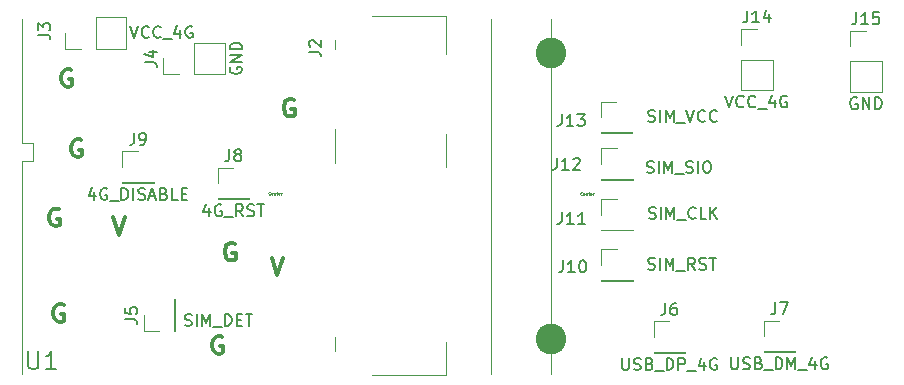
<source format=gbr>
%TF.GenerationSoftware,KiCad,Pcbnew,(6.0.2)*%
%TF.CreationDate,2022-07-28T16:32:46-07:00*%
%TF.ProjectId,mpcie1extv01,6d706369-6531-4657-9874-7630312e6b69,v01*%
%TF.SameCoordinates,Original*%
%TF.FileFunction,Legend,Top*%
%TF.FilePolarity,Positive*%
%FSLAX46Y46*%
G04 Gerber Fmt 4.6, Leading zero omitted, Abs format (unit mm)*
G04 Created by KiCad (PCBNEW (6.0.2)) date 2022-07-28 16:32:46*
%MOMM*%
%LPD*%
G01*
G04 APERTURE LIST*
%ADD10C,0.300000*%
%ADD11C,0.150000*%
%ADD12C,0.025000*%
%ADD13C,0.010000*%
%ADD14C,0.120000*%
%ADD15C,2.600000*%
G04 APERTURE END LIST*
D10*
X86242857Y-164000000D02*
X86100000Y-163928571D01*
X85885714Y-163928571D01*
X85671428Y-164000000D01*
X85528571Y-164142857D01*
X85457142Y-164285714D01*
X85385714Y-164571428D01*
X85385714Y-164785714D01*
X85457142Y-165071428D01*
X85528571Y-165214285D01*
X85671428Y-165357142D01*
X85885714Y-165428571D01*
X86028571Y-165428571D01*
X86242857Y-165357142D01*
X86314285Y-165285714D01*
X86314285Y-164785714D01*
X86028571Y-164785714D01*
X91242857Y-151800000D02*
X91100000Y-151728571D01*
X90885714Y-151728571D01*
X90671428Y-151800000D01*
X90528571Y-151942857D01*
X90457142Y-152085714D01*
X90385714Y-152371428D01*
X90385714Y-152585714D01*
X90457142Y-152871428D01*
X90528571Y-153014285D01*
X90671428Y-153157142D01*
X90885714Y-153228571D01*
X91028571Y-153228571D01*
X91242857Y-153157142D01*
X91314285Y-153085714D01*
X91314285Y-152585714D01*
X91028571Y-152585714D01*
X71742857Y-169200000D02*
X71600000Y-169128571D01*
X71385714Y-169128571D01*
X71171428Y-169200000D01*
X71028571Y-169342857D01*
X70957142Y-169485714D01*
X70885714Y-169771428D01*
X70885714Y-169985714D01*
X70957142Y-170271428D01*
X71028571Y-170414285D01*
X71171428Y-170557142D01*
X71385714Y-170628571D01*
X71528571Y-170628571D01*
X71742857Y-170557142D01*
X71814285Y-170485714D01*
X71814285Y-169985714D01*
X71528571Y-169985714D01*
X71392857Y-161100000D02*
X71250000Y-161028571D01*
X71035714Y-161028571D01*
X70821428Y-161100000D01*
X70678571Y-161242857D01*
X70607142Y-161385714D01*
X70535714Y-161671428D01*
X70535714Y-161885714D01*
X70607142Y-162171428D01*
X70678571Y-162314285D01*
X70821428Y-162457142D01*
X71035714Y-162528571D01*
X71178571Y-162528571D01*
X71392857Y-162457142D01*
X71464285Y-162385714D01*
X71464285Y-161885714D01*
X71178571Y-161885714D01*
X72392857Y-149300000D02*
X72250000Y-149228571D01*
X72035714Y-149228571D01*
X71821428Y-149300000D01*
X71678571Y-149442857D01*
X71607142Y-149585714D01*
X71535714Y-149871428D01*
X71535714Y-150085714D01*
X71607142Y-150371428D01*
X71678571Y-150514285D01*
X71821428Y-150657142D01*
X72035714Y-150728571D01*
X72178571Y-150728571D01*
X72392857Y-150657142D01*
X72464285Y-150585714D01*
X72464285Y-150085714D01*
X72178571Y-150085714D01*
X73242857Y-155250000D02*
X73100000Y-155178571D01*
X72885714Y-155178571D01*
X72671428Y-155250000D01*
X72528571Y-155392857D01*
X72457142Y-155535714D01*
X72385714Y-155821428D01*
X72385714Y-156035714D01*
X72457142Y-156321428D01*
X72528571Y-156464285D01*
X72671428Y-156607142D01*
X72885714Y-156678571D01*
X73028571Y-156678571D01*
X73242857Y-156607142D01*
X73314285Y-156535714D01*
X73314285Y-156035714D01*
X73028571Y-156035714D01*
X75900000Y-161778571D02*
X76400000Y-163278571D01*
X76900000Y-161778571D01*
X89350000Y-165178571D02*
X89850000Y-166678571D01*
X90350000Y-165178571D01*
X85192857Y-171900000D02*
X85050000Y-171828571D01*
X84835714Y-171828571D01*
X84621428Y-171900000D01*
X84478571Y-172042857D01*
X84407142Y-172185714D01*
X84335714Y-172471428D01*
X84335714Y-172685714D01*
X84407142Y-172971428D01*
X84478571Y-173114285D01*
X84621428Y-173257142D01*
X84835714Y-173328571D01*
X84978571Y-173328571D01*
X85192857Y-173257142D01*
X85264285Y-173185714D01*
X85264285Y-172685714D01*
X84978571Y-172685714D01*
D11*
%TO.C,U1*%
X68738857Y-173115428D02*
X68738857Y-174349142D01*
X68811428Y-174494285D01*
X68884000Y-174566857D01*
X69029142Y-174639428D01*
X69319428Y-174639428D01*
X69464571Y-174566857D01*
X69537142Y-174494285D01*
X69609714Y-174349142D01*
X69609714Y-173115428D01*
X71133714Y-174639428D02*
X70262857Y-174639428D01*
X70698285Y-174639428D02*
X70698285Y-173115428D01*
X70553142Y-173333142D01*
X70408000Y-173478285D01*
X70262857Y-173550857D01*
D12*
X89240940Y-159823285D02*
X89229035Y-159835190D01*
X89193321Y-159847095D01*
X89169511Y-159847095D01*
X89133797Y-159835190D01*
X89109988Y-159811380D01*
X89098083Y-159787571D01*
X89086178Y-159739952D01*
X89086178Y-159704238D01*
X89098083Y-159656619D01*
X89109988Y-159632809D01*
X89133797Y-159609000D01*
X89169511Y-159597095D01*
X89193321Y-159597095D01*
X89229035Y-159609000D01*
X89240940Y-159620904D01*
X89443321Y-159835190D02*
X89419511Y-159847095D01*
X89371892Y-159847095D01*
X89348083Y-159835190D01*
X89336178Y-159811380D01*
X89336178Y-159716142D01*
X89348083Y-159692333D01*
X89371892Y-159680428D01*
X89419511Y-159680428D01*
X89443321Y-159692333D01*
X89455226Y-159716142D01*
X89455226Y-159739952D01*
X89336178Y-159763761D01*
X89562369Y-159680428D02*
X89562369Y-159847095D01*
X89562369Y-159704238D02*
X89574273Y-159692333D01*
X89598083Y-159680428D01*
X89633797Y-159680428D01*
X89657607Y-159692333D01*
X89669511Y-159716142D01*
X89669511Y-159847095D01*
X89752845Y-159680428D02*
X89848083Y-159680428D01*
X89788559Y-159597095D02*
X89788559Y-159811380D01*
X89800464Y-159835190D01*
X89824273Y-159847095D01*
X89848083Y-159847095D01*
X90026654Y-159835190D02*
X90002845Y-159847095D01*
X89955226Y-159847095D01*
X89931416Y-159835190D01*
X89919511Y-159811380D01*
X89919511Y-159716142D01*
X89931416Y-159692333D01*
X89955226Y-159680428D01*
X90002845Y-159680428D01*
X90026654Y-159692333D01*
X90038559Y-159716142D01*
X90038559Y-159739952D01*
X89919511Y-159763761D01*
X90145702Y-159847095D02*
X90145702Y-159680428D01*
X90145702Y-159728047D02*
X90157607Y-159704238D01*
X90169511Y-159692333D01*
X90193321Y-159680428D01*
X90217130Y-159680428D01*
X115640940Y-159873285D02*
X115629035Y-159885190D01*
X115593321Y-159897095D01*
X115569511Y-159897095D01*
X115533797Y-159885190D01*
X115509988Y-159861380D01*
X115498083Y-159837571D01*
X115486178Y-159789952D01*
X115486178Y-159754238D01*
X115498083Y-159706619D01*
X115509988Y-159682809D01*
X115533797Y-159659000D01*
X115569511Y-159647095D01*
X115593321Y-159647095D01*
X115629035Y-159659000D01*
X115640940Y-159670904D01*
X115843321Y-159885190D02*
X115819511Y-159897095D01*
X115771892Y-159897095D01*
X115748083Y-159885190D01*
X115736178Y-159861380D01*
X115736178Y-159766142D01*
X115748083Y-159742333D01*
X115771892Y-159730428D01*
X115819511Y-159730428D01*
X115843321Y-159742333D01*
X115855226Y-159766142D01*
X115855226Y-159789952D01*
X115736178Y-159813761D01*
X115962369Y-159730428D02*
X115962369Y-159897095D01*
X115962369Y-159754238D02*
X115974273Y-159742333D01*
X115998083Y-159730428D01*
X116033797Y-159730428D01*
X116057607Y-159742333D01*
X116069511Y-159766142D01*
X116069511Y-159897095D01*
X116152845Y-159730428D02*
X116248083Y-159730428D01*
X116188559Y-159647095D02*
X116188559Y-159861380D01*
X116200464Y-159885190D01*
X116224273Y-159897095D01*
X116248083Y-159897095D01*
X116426654Y-159885190D02*
X116402845Y-159897095D01*
X116355226Y-159897095D01*
X116331416Y-159885190D01*
X116319511Y-159861380D01*
X116319511Y-159766142D01*
X116331416Y-159742333D01*
X116355226Y-159730428D01*
X116402845Y-159730428D01*
X116426654Y-159742333D01*
X116438559Y-159766142D01*
X116438559Y-159789952D01*
X116319511Y-159813761D01*
X116545702Y-159897095D02*
X116545702Y-159730428D01*
X116545702Y-159778047D02*
X116557607Y-159754238D01*
X116569511Y-159742333D01*
X116593321Y-159730428D01*
X116617130Y-159730428D01*
D11*
%TO.C,J4*%
X78624630Y-148642333D02*
X79338916Y-148642333D01*
X79481773Y-148689952D01*
X79577011Y-148785190D01*
X79624630Y-148928047D01*
X79624630Y-149023285D01*
X78957964Y-147737571D02*
X79624630Y-147737571D01*
X78577011Y-147975666D02*
X79291297Y-148213761D01*
X79291297Y-147594714D01*
X85872250Y-149070904D02*
X85824630Y-149166142D01*
X85824630Y-149309000D01*
X85872250Y-149451857D01*
X85967488Y-149547095D01*
X86062726Y-149594714D01*
X86253202Y-149642333D01*
X86396059Y-149642333D01*
X86586535Y-149594714D01*
X86681773Y-149547095D01*
X86777011Y-149451857D01*
X86824630Y-149309000D01*
X86824630Y-149213761D01*
X86777011Y-149070904D01*
X86729392Y-149023285D01*
X86396059Y-149023285D01*
X86396059Y-149213761D01*
X86824630Y-148594714D02*
X85824630Y-148594714D01*
X86824630Y-148023285D01*
X85824630Y-148023285D01*
X86824630Y-147547095D02*
X85824630Y-147547095D01*
X85824630Y-147309000D01*
X85872250Y-147166142D01*
X85967488Y-147070904D01*
X86062726Y-147023285D01*
X86253202Y-146975666D01*
X86396059Y-146975666D01*
X86586535Y-147023285D01*
X86681773Y-147070904D01*
X86777011Y-147166142D01*
X86824630Y-147309000D01*
X86824630Y-147547095D01*
%TO.C,J15*%
X138867726Y-144416380D02*
X138867726Y-145130666D01*
X138820107Y-145273523D01*
X138724869Y-145368761D01*
X138582011Y-145416380D01*
X138486773Y-145416380D01*
X139867726Y-145416380D02*
X139296297Y-145416380D01*
X139582011Y-145416380D02*
X139582011Y-144416380D01*
X139486773Y-144559238D01*
X139391535Y-144654476D01*
X139296297Y-144702095D01*
X140772488Y-144416380D02*
X140296297Y-144416380D01*
X140248678Y-144892571D01*
X140296297Y-144844952D01*
X140391535Y-144797333D01*
X140629630Y-144797333D01*
X140724869Y-144844952D01*
X140772488Y-144892571D01*
X140820107Y-144987809D01*
X140820107Y-145225904D01*
X140772488Y-145321142D01*
X140724869Y-145368761D01*
X140629630Y-145416380D01*
X140391535Y-145416380D01*
X140296297Y-145368761D01*
X140248678Y-145321142D01*
X138915345Y-151664000D02*
X138820107Y-151616380D01*
X138677250Y-151616380D01*
X138534392Y-151664000D01*
X138439154Y-151759238D01*
X138391535Y-151854476D01*
X138343916Y-152044952D01*
X138343916Y-152187809D01*
X138391535Y-152378285D01*
X138439154Y-152473523D01*
X138534392Y-152568761D01*
X138677250Y-152616380D01*
X138772488Y-152616380D01*
X138915345Y-152568761D01*
X138962964Y-152521142D01*
X138962964Y-152187809D01*
X138772488Y-152187809D01*
X139391535Y-152616380D02*
X139391535Y-151616380D01*
X139962964Y-152616380D01*
X139962964Y-151616380D01*
X140439154Y-152616380D02*
X140439154Y-151616380D01*
X140677250Y-151616380D01*
X140820107Y-151664000D01*
X140915345Y-151759238D01*
X140962964Y-151854476D01*
X141010583Y-152044952D01*
X141010583Y-152187809D01*
X140962964Y-152378285D01*
X140915345Y-152473523D01*
X140820107Y-152568761D01*
X140677250Y-152616380D01*
X140439154Y-152616380D01*
%TO.C,J14*%
X129627726Y-144266380D02*
X129627726Y-144980666D01*
X129580107Y-145123523D01*
X129484869Y-145218761D01*
X129342011Y-145266380D01*
X129246773Y-145266380D01*
X130627726Y-145266380D02*
X130056297Y-145266380D01*
X130342011Y-145266380D02*
X130342011Y-144266380D01*
X130246773Y-144409238D01*
X130151535Y-144504476D01*
X130056297Y-144552095D01*
X131484869Y-144599714D02*
X131484869Y-145266380D01*
X131246773Y-144218761D02*
X131008678Y-144933047D01*
X131627726Y-144933047D01*
X127746773Y-151466380D02*
X128080107Y-152466380D01*
X128413440Y-151466380D01*
X129318202Y-152371142D02*
X129270583Y-152418761D01*
X129127726Y-152466380D01*
X129032488Y-152466380D01*
X128889630Y-152418761D01*
X128794392Y-152323523D01*
X128746773Y-152228285D01*
X128699154Y-152037809D01*
X128699154Y-151894952D01*
X128746773Y-151704476D01*
X128794392Y-151609238D01*
X128889630Y-151514000D01*
X129032488Y-151466380D01*
X129127726Y-151466380D01*
X129270583Y-151514000D01*
X129318202Y-151561619D01*
X130318202Y-152371142D02*
X130270583Y-152418761D01*
X130127726Y-152466380D01*
X130032488Y-152466380D01*
X129889630Y-152418761D01*
X129794392Y-152323523D01*
X129746773Y-152228285D01*
X129699154Y-152037809D01*
X129699154Y-151894952D01*
X129746773Y-151704476D01*
X129794392Y-151609238D01*
X129889630Y-151514000D01*
X130032488Y-151466380D01*
X130127726Y-151466380D01*
X130270583Y-151514000D01*
X130318202Y-151561619D01*
X130508678Y-152561619D02*
X131270583Y-152561619D01*
X131937250Y-151799714D02*
X131937250Y-152466380D01*
X131699154Y-151418761D02*
X131461059Y-152133047D01*
X132080107Y-152133047D01*
X132984869Y-151514000D02*
X132889630Y-151466380D01*
X132746773Y-151466380D01*
X132603916Y-151514000D01*
X132508678Y-151609238D01*
X132461059Y-151704476D01*
X132413440Y-151894952D01*
X132413440Y-152037809D01*
X132461059Y-152228285D01*
X132508678Y-152323523D01*
X132603916Y-152418761D01*
X132746773Y-152466380D01*
X132842011Y-152466380D01*
X132984869Y-152418761D01*
X133032488Y-152371142D01*
X133032488Y-152037809D01*
X132842011Y-152037809D01*
%TO.C,J13*%
X113907726Y-153041380D02*
X113907726Y-153755666D01*
X113860107Y-153898523D01*
X113764869Y-153993761D01*
X113622011Y-154041380D01*
X113526773Y-154041380D01*
X114907726Y-154041380D02*
X114336297Y-154041380D01*
X114622011Y-154041380D02*
X114622011Y-153041380D01*
X114526773Y-153184238D01*
X114431535Y-153279476D01*
X114336297Y-153327095D01*
X115241059Y-153041380D02*
X115860107Y-153041380D01*
X115526773Y-153422333D01*
X115669630Y-153422333D01*
X115764869Y-153469952D01*
X115812488Y-153517571D01*
X115860107Y-153612809D01*
X115860107Y-153850904D01*
X115812488Y-153946142D01*
X115764869Y-153993761D01*
X115669630Y-154041380D01*
X115383916Y-154041380D01*
X115288678Y-153993761D01*
X115241059Y-153946142D01*
X121242488Y-153643761D02*
X121385345Y-153691380D01*
X121623440Y-153691380D01*
X121718678Y-153643761D01*
X121766297Y-153596142D01*
X121813916Y-153500904D01*
X121813916Y-153405666D01*
X121766297Y-153310428D01*
X121718678Y-153262809D01*
X121623440Y-153215190D01*
X121432964Y-153167571D01*
X121337726Y-153119952D01*
X121290107Y-153072333D01*
X121242488Y-152977095D01*
X121242488Y-152881857D01*
X121290107Y-152786619D01*
X121337726Y-152739000D01*
X121432964Y-152691380D01*
X121671059Y-152691380D01*
X121813916Y-152739000D01*
X122242488Y-153691380D02*
X122242488Y-152691380D01*
X122718678Y-153691380D02*
X122718678Y-152691380D01*
X123052011Y-153405666D01*
X123385345Y-152691380D01*
X123385345Y-153691380D01*
X123623440Y-153786619D02*
X124385345Y-153786619D01*
X124480583Y-152691380D02*
X124813916Y-153691380D01*
X125147250Y-152691380D01*
X126052011Y-153596142D02*
X126004392Y-153643761D01*
X125861535Y-153691380D01*
X125766297Y-153691380D01*
X125623440Y-153643761D01*
X125528202Y-153548523D01*
X125480583Y-153453285D01*
X125432964Y-153262809D01*
X125432964Y-153119952D01*
X125480583Y-152929476D01*
X125528202Y-152834238D01*
X125623440Y-152739000D01*
X125766297Y-152691380D01*
X125861535Y-152691380D01*
X126004392Y-152739000D01*
X126052011Y-152786619D01*
X127052011Y-153596142D02*
X127004392Y-153643761D01*
X126861535Y-153691380D01*
X126766297Y-153691380D01*
X126623440Y-153643761D01*
X126528202Y-153548523D01*
X126480583Y-153453285D01*
X126432964Y-153262809D01*
X126432964Y-153119952D01*
X126480583Y-152929476D01*
X126528202Y-152834238D01*
X126623440Y-152739000D01*
X126766297Y-152691380D01*
X126861535Y-152691380D01*
X127004392Y-152739000D01*
X127052011Y-152786619D01*
%TO.C,J12*%
X113497726Y-156761380D02*
X113497726Y-157475666D01*
X113450107Y-157618523D01*
X113354869Y-157713761D01*
X113212011Y-157761380D01*
X113116773Y-157761380D01*
X114497726Y-157761380D02*
X113926297Y-157761380D01*
X114212011Y-157761380D02*
X114212011Y-156761380D01*
X114116773Y-156904238D01*
X114021535Y-156999476D01*
X113926297Y-157047095D01*
X114878678Y-156856619D02*
X114926297Y-156809000D01*
X115021535Y-156761380D01*
X115259630Y-156761380D01*
X115354869Y-156809000D01*
X115402488Y-156856619D01*
X115450107Y-156951857D01*
X115450107Y-157047095D01*
X115402488Y-157189952D01*
X114831059Y-157761380D01*
X115450107Y-157761380D01*
X121122964Y-157973761D02*
X121265821Y-158021380D01*
X121503916Y-158021380D01*
X121599154Y-157973761D01*
X121646773Y-157926142D01*
X121694392Y-157830904D01*
X121694392Y-157735666D01*
X121646773Y-157640428D01*
X121599154Y-157592809D01*
X121503916Y-157545190D01*
X121313440Y-157497571D01*
X121218202Y-157449952D01*
X121170583Y-157402333D01*
X121122964Y-157307095D01*
X121122964Y-157211857D01*
X121170583Y-157116619D01*
X121218202Y-157069000D01*
X121313440Y-157021380D01*
X121551535Y-157021380D01*
X121694392Y-157069000D01*
X122122964Y-158021380D02*
X122122964Y-157021380D01*
X122599154Y-158021380D02*
X122599154Y-157021380D01*
X122932488Y-157735666D01*
X123265821Y-157021380D01*
X123265821Y-158021380D01*
X123503916Y-158116619D02*
X124265821Y-158116619D01*
X124456297Y-157973761D02*
X124599154Y-158021380D01*
X124837250Y-158021380D01*
X124932488Y-157973761D01*
X124980107Y-157926142D01*
X125027726Y-157830904D01*
X125027726Y-157735666D01*
X124980107Y-157640428D01*
X124932488Y-157592809D01*
X124837250Y-157545190D01*
X124646773Y-157497571D01*
X124551535Y-157449952D01*
X124503916Y-157402333D01*
X124456297Y-157307095D01*
X124456297Y-157211857D01*
X124503916Y-157116619D01*
X124551535Y-157069000D01*
X124646773Y-157021380D01*
X124884869Y-157021380D01*
X125027726Y-157069000D01*
X125456297Y-158021380D02*
X125456297Y-157021380D01*
X126122964Y-157021380D02*
X126313440Y-157021380D01*
X126408678Y-157069000D01*
X126503916Y-157164238D01*
X126551535Y-157354714D01*
X126551535Y-157688047D01*
X126503916Y-157878523D01*
X126408678Y-157973761D01*
X126313440Y-158021380D01*
X126122964Y-158021380D01*
X126027726Y-157973761D01*
X125932488Y-157878523D01*
X125884869Y-157688047D01*
X125884869Y-157354714D01*
X125932488Y-157164238D01*
X126027726Y-157069000D01*
X126122964Y-157021380D01*
%TO.C,J11*%
X113937726Y-161341380D02*
X113937726Y-162055666D01*
X113890107Y-162198523D01*
X113794869Y-162293761D01*
X113652011Y-162341380D01*
X113556773Y-162341380D01*
X114937726Y-162341380D02*
X114366297Y-162341380D01*
X114652011Y-162341380D02*
X114652011Y-161341380D01*
X114556773Y-161484238D01*
X114461535Y-161579476D01*
X114366297Y-161627095D01*
X115890107Y-162341380D02*
X115318678Y-162341380D01*
X115604392Y-162341380D02*
X115604392Y-161341380D01*
X115509154Y-161484238D01*
X115413916Y-161579476D01*
X115318678Y-161627095D01*
X121306297Y-161873761D02*
X121449154Y-161921380D01*
X121687250Y-161921380D01*
X121782488Y-161873761D01*
X121830107Y-161826142D01*
X121877726Y-161730904D01*
X121877726Y-161635666D01*
X121830107Y-161540428D01*
X121782488Y-161492809D01*
X121687250Y-161445190D01*
X121496773Y-161397571D01*
X121401535Y-161349952D01*
X121353916Y-161302333D01*
X121306297Y-161207095D01*
X121306297Y-161111857D01*
X121353916Y-161016619D01*
X121401535Y-160969000D01*
X121496773Y-160921380D01*
X121734869Y-160921380D01*
X121877726Y-160969000D01*
X122306297Y-161921380D02*
X122306297Y-160921380D01*
X122782488Y-161921380D02*
X122782488Y-160921380D01*
X123115821Y-161635666D01*
X123449154Y-160921380D01*
X123449154Y-161921380D01*
X123687250Y-162016619D02*
X124449154Y-162016619D01*
X125258678Y-161826142D02*
X125211059Y-161873761D01*
X125068202Y-161921380D01*
X124972964Y-161921380D01*
X124830107Y-161873761D01*
X124734869Y-161778523D01*
X124687250Y-161683285D01*
X124639630Y-161492809D01*
X124639630Y-161349952D01*
X124687250Y-161159476D01*
X124734869Y-161064238D01*
X124830107Y-160969000D01*
X124972964Y-160921380D01*
X125068202Y-160921380D01*
X125211059Y-160969000D01*
X125258678Y-161016619D01*
X126163440Y-161921380D02*
X125687250Y-161921380D01*
X125687250Y-160921380D01*
X126496773Y-161921380D02*
X126496773Y-160921380D01*
X127068202Y-161921380D02*
X126639630Y-161349952D01*
X127068202Y-160921380D02*
X126496773Y-161492809D01*
%TO.C,J10*%
X114027726Y-165421380D02*
X114027726Y-166135666D01*
X113980107Y-166278523D01*
X113884869Y-166373761D01*
X113742011Y-166421380D01*
X113646773Y-166421380D01*
X115027726Y-166421380D02*
X114456297Y-166421380D01*
X114742011Y-166421380D02*
X114742011Y-165421380D01*
X114646773Y-165564238D01*
X114551535Y-165659476D01*
X114456297Y-165707095D01*
X115646773Y-165421380D02*
X115742011Y-165421380D01*
X115837250Y-165469000D01*
X115884869Y-165516619D01*
X115932488Y-165611857D01*
X115980107Y-165802333D01*
X115980107Y-166040428D01*
X115932488Y-166230904D01*
X115884869Y-166326142D01*
X115837250Y-166373761D01*
X115742011Y-166421380D01*
X115646773Y-166421380D01*
X115551535Y-166373761D01*
X115503916Y-166326142D01*
X115456297Y-166230904D01*
X115408678Y-166040428D01*
X115408678Y-165802333D01*
X115456297Y-165611857D01*
X115503916Y-165516619D01*
X115551535Y-165469000D01*
X115646773Y-165421380D01*
X121233916Y-166163761D02*
X121376773Y-166211380D01*
X121614869Y-166211380D01*
X121710107Y-166163761D01*
X121757726Y-166116142D01*
X121805345Y-166020904D01*
X121805345Y-165925666D01*
X121757726Y-165830428D01*
X121710107Y-165782809D01*
X121614869Y-165735190D01*
X121424392Y-165687571D01*
X121329154Y-165639952D01*
X121281535Y-165592333D01*
X121233916Y-165497095D01*
X121233916Y-165401857D01*
X121281535Y-165306619D01*
X121329154Y-165259000D01*
X121424392Y-165211380D01*
X121662488Y-165211380D01*
X121805345Y-165259000D01*
X122233916Y-166211380D02*
X122233916Y-165211380D01*
X122710107Y-166211380D02*
X122710107Y-165211380D01*
X123043440Y-165925666D01*
X123376773Y-165211380D01*
X123376773Y-166211380D01*
X123614869Y-166306619D02*
X124376773Y-166306619D01*
X125186297Y-166211380D02*
X124852964Y-165735190D01*
X124614869Y-166211380D02*
X124614869Y-165211380D01*
X124995821Y-165211380D01*
X125091059Y-165259000D01*
X125138678Y-165306619D01*
X125186297Y-165401857D01*
X125186297Y-165544714D01*
X125138678Y-165639952D01*
X125091059Y-165687571D01*
X124995821Y-165735190D01*
X124614869Y-165735190D01*
X125567250Y-166163761D02*
X125710107Y-166211380D01*
X125948202Y-166211380D01*
X126043440Y-166163761D01*
X126091059Y-166116142D01*
X126138678Y-166020904D01*
X126138678Y-165925666D01*
X126091059Y-165830428D01*
X126043440Y-165782809D01*
X125948202Y-165735190D01*
X125757726Y-165687571D01*
X125662488Y-165639952D01*
X125614869Y-165592333D01*
X125567250Y-165497095D01*
X125567250Y-165401857D01*
X125614869Y-165306619D01*
X125662488Y-165259000D01*
X125757726Y-165211380D01*
X125995821Y-165211380D01*
X126138678Y-165259000D01*
X126424392Y-165211380D02*
X126995821Y-165211380D01*
X126710107Y-166211380D02*
X126710107Y-165211380D01*
%TO.C,J9*%
X77713916Y-154631380D02*
X77713916Y-155345666D01*
X77666297Y-155488523D01*
X77571059Y-155583761D01*
X77428202Y-155631380D01*
X77332964Y-155631380D01*
X78237726Y-155631380D02*
X78428202Y-155631380D01*
X78523440Y-155583761D01*
X78571059Y-155536142D01*
X78666297Y-155393285D01*
X78713916Y-155202809D01*
X78713916Y-154821857D01*
X78666297Y-154726619D01*
X78618678Y-154679000D01*
X78523440Y-154631380D01*
X78332964Y-154631380D01*
X78237726Y-154679000D01*
X78190107Y-154726619D01*
X78142488Y-154821857D01*
X78142488Y-155059952D01*
X78190107Y-155155190D01*
X78237726Y-155202809D01*
X78332964Y-155250428D01*
X78523440Y-155250428D01*
X78618678Y-155202809D01*
X78666297Y-155155190D01*
X78713916Y-155059952D01*
X74356773Y-159624714D02*
X74356773Y-160291380D01*
X74118678Y-159243761D02*
X73880583Y-159958047D01*
X74499630Y-159958047D01*
X75404392Y-159339000D02*
X75309154Y-159291380D01*
X75166297Y-159291380D01*
X75023440Y-159339000D01*
X74928202Y-159434238D01*
X74880583Y-159529476D01*
X74832964Y-159719952D01*
X74832964Y-159862809D01*
X74880583Y-160053285D01*
X74928202Y-160148523D01*
X75023440Y-160243761D01*
X75166297Y-160291380D01*
X75261535Y-160291380D01*
X75404392Y-160243761D01*
X75452011Y-160196142D01*
X75452011Y-159862809D01*
X75261535Y-159862809D01*
X75642488Y-160386619D02*
X76404392Y-160386619D01*
X76642488Y-160291380D02*
X76642488Y-159291380D01*
X76880583Y-159291380D01*
X77023440Y-159339000D01*
X77118678Y-159434238D01*
X77166297Y-159529476D01*
X77213916Y-159719952D01*
X77213916Y-159862809D01*
X77166297Y-160053285D01*
X77118678Y-160148523D01*
X77023440Y-160243761D01*
X76880583Y-160291380D01*
X76642488Y-160291380D01*
X77642488Y-160291380D02*
X77642488Y-159291380D01*
X78071059Y-160243761D02*
X78213916Y-160291380D01*
X78452011Y-160291380D01*
X78547250Y-160243761D01*
X78594869Y-160196142D01*
X78642488Y-160100904D01*
X78642488Y-160005666D01*
X78594869Y-159910428D01*
X78547250Y-159862809D01*
X78452011Y-159815190D01*
X78261535Y-159767571D01*
X78166297Y-159719952D01*
X78118678Y-159672333D01*
X78071059Y-159577095D01*
X78071059Y-159481857D01*
X78118678Y-159386619D01*
X78166297Y-159339000D01*
X78261535Y-159291380D01*
X78499630Y-159291380D01*
X78642488Y-159339000D01*
X79023440Y-160005666D02*
X79499630Y-160005666D01*
X78928202Y-160291380D02*
X79261535Y-159291380D01*
X79594869Y-160291380D01*
X80261535Y-159767571D02*
X80404392Y-159815190D01*
X80452011Y-159862809D01*
X80499630Y-159958047D01*
X80499630Y-160100904D01*
X80452011Y-160196142D01*
X80404392Y-160243761D01*
X80309154Y-160291380D01*
X79928202Y-160291380D01*
X79928202Y-159291380D01*
X80261535Y-159291380D01*
X80356773Y-159339000D01*
X80404392Y-159386619D01*
X80452011Y-159481857D01*
X80452011Y-159577095D01*
X80404392Y-159672333D01*
X80356773Y-159719952D01*
X80261535Y-159767571D01*
X79928202Y-159767571D01*
X81404392Y-160291380D02*
X80928202Y-160291380D01*
X80928202Y-159291380D01*
X81737726Y-159767571D02*
X82071059Y-159767571D01*
X82213916Y-160291380D02*
X81737726Y-160291380D01*
X81737726Y-159291380D01*
X82213916Y-159291380D01*
%TO.C,J8*%
X85773916Y-156021380D02*
X85773916Y-156735666D01*
X85726297Y-156878523D01*
X85631059Y-156973761D01*
X85488202Y-157021380D01*
X85392964Y-157021380D01*
X86392964Y-156449952D02*
X86297726Y-156402333D01*
X86250107Y-156354714D01*
X86202488Y-156259476D01*
X86202488Y-156211857D01*
X86250107Y-156116619D01*
X86297726Y-156069000D01*
X86392964Y-156021380D01*
X86583440Y-156021380D01*
X86678678Y-156069000D01*
X86726297Y-156116619D01*
X86773916Y-156211857D01*
X86773916Y-156259476D01*
X86726297Y-156354714D01*
X86678678Y-156402333D01*
X86583440Y-156449952D01*
X86392964Y-156449952D01*
X86297726Y-156497571D01*
X86250107Y-156545190D01*
X86202488Y-156640428D01*
X86202488Y-156830904D01*
X86250107Y-156926142D01*
X86297726Y-156973761D01*
X86392964Y-157021380D01*
X86583440Y-157021380D01*
X86678678Y-156973761D01*
X86726297Y-156926142D01*
X86773916Y-156830904D01*
X86773916Y-156640428D01*
X86726297Y-156545190D01*
X86678678Y-156497571D01*
X86583440Y-156449952D01*
X84059630Y-161014714D02*
X84059630Y-161681380D01*
X83821535Y-160633761D02*
X83583440Y-161348047D01*
X84202488Y-161348047D01*
X85107250Y-160729000D02*
X85012011Y-160681380D01*
X84869154Y-160681380D01*
X84726297Y-160729000D01*
X84631059Y-160824238D01*
X84583440Y-160919476D01*
X84535821Y-161109952D01*
X84535821Y-161252809D01*
X84583440Y-161443285D01*
X84631059Y-161538523D01*
X84726297Y-161633761D01*
X84869154Y-161681380D01*
X84964392Y-161681380D01*
X85107250Y-161633761D01*
X85154869Y-161586142D01*
X85154869Y-161252809D01*
X84964392Y-161252809D01*
X85345345Y-161776619D02*
X86107250Y-161776619D01*
X86916773Y-161681380D02*
X86583440Y-161205190D01*
X86345345Y-161681380D02*
X86345345Y-160681380D01*
X86726297Y-160681380D01*
X86821535Y-160729000D01*
X86869154Y-160776619D01*
X86916773Y-160871857D01*
X86916773Y-161014714D01*
X86869154Y-161109952D01*
X86821535Y-161157571D01*
X86726297Y-161205190D01*
X86345345Y-161205190D01*
X87297726Y-161633761D02*
X87440583Y-161681380D01*
X87678678Y-161681380D01*
X87773916Y-161633761D01*
X87821535Y-161586142D01*
X87869154Y-161490904D01*
X87869154Y-161395666D01*
X87821535Y-161300428D01*
X87773916Y-161252809D01*
X87678678Y-161205190D01*
X87488202Y-161157571D01*
X87392964Y-161109952D01*
X87345345Y-161062333D01*
X87297726Y-160967095D01*
X87297726Y-160871857D01*
X87345345Y-160776619D01*
X87392964Y-160729000D01*
X87488202Y-160681380D01*
X87726297Y-160681380D01*
X87869154Y-160729000D01*
X88154869Y-160681380D02*
X88726297Y-160681380D01*
X88440583Y-161681380D02*
X88440583Y-160681380D01*
%TO.C,J7*%
X132003916Y-168981380D02*
X132003916Y-169695666D01*
X131956297Y-169838523D01*
X131861059Y-169933761D01*
X131718202Y-169981380D01*
X131622964Y-169981380D01*
X132384869Y-168981380D02*
X133051535Y-168981380D01*
X132622964Y-169981380D01*
X128265821Y-173641380D02*
X128265821Y-174450904D01*
X128313440Y-174546142D01*
X128361059Y-174593761D01*
X128456297Y-174641380D01*
X128646773Y-174641380D01*
X128742011Y-174593761D01*
X128789630Y-174546142D01*
X128837250Y-174450904D01*
X128837250Y-173641380D01*
X129265821Y-174593761D02*
X129408678Y-174641380D01*
X129646773Y-174641380D01*
X129742011Y-174593761D01*
X129789630Y-174546142D01*
X129837250Y-174450904D01*
X129837250Y-174355666D01*
X129789630Y-174260428D01*
X129742011Y-174212809D01*
X129646773Y-174165190D01*
X129456297Y-174117571D01*
X129361059Y-174069952D01*
X129313440Y-174022333D01*
X129265821Y-173927095D01*
X129265821Y-173831857D01*
X129313440Y-173736619D01*
X129361059Y-173689000D01*
X129456297Y-173641380D01*
X129694392Y-173641380D01*
X129837250Y-173689000D01*
X130599154Y-174117571D02*
X130742011Y-174165190D01*
X130789630Y-174212809D01*
X130837250Y-174308047D01*
X130837250Y-174450904D01*
X130789630Y-174546142D01*
X130742011Y-174593761D01*
X130646773Y-174641380D01*
X130265821Y-174641380D01*
X130265821Y-173641380D01*
X130599154Y-173641380D01*
X130694392Y-173689000D01*
X130742011Y-173736619D01*
X130789630Y-173831857D01*
X130789630Y-173927095D01*
X130742011Y-174022333D01*
X130694392Y-174069952D01*
X130599154Y-174117571D01*
X130265821Y-174117571D01*
X131027726Y-174736619D02*
X131789630Y-174736619D01*
X132027726Y-174641380D02*
X132027726Y-173641380D01*
X132265821Y-173641380D01*
X132408678Y-173689000D01*
X132503916Y-173784238D01*
X132551535Y-173879476D01*
X132599154Y-174069952D01*
X132599154Y-174212809D01*
X132551535Y-174403285D01*
X132503916Y-174498523D01*
X132408678Y-174593761D01*
X132265821Y-174641380D01*
X132027726Y-174641380D01*
X133027726Y-174641380D02*
X133027726Y-173641380D01*
X133361059Y-174355666D01*
X133694392Y-173641380D01*
X133694392Y-174641380D01*
X133932488Y-174736619D02*
X134694392Y-174736619D01*
X135361059Y-173974714D02*
X135361059Y-174641380D01*
X135122964Y-173593761D02*
X134884869Y-174308047D01*
X135503916Y-174308047D01*
X136408678Y-173689000D02*
X136313440Y-173641380D01*
X136170583Y-173641380D01*
X136027726Y-173689000D01*
X135932488Y-173784238D01*
X135884869Y-173879476D01*
X135837250Y-174069952D01*
X135837250Y-174212809D01*
X135884869Y-174403285D01*
X135932488Y-174498523D01*
X136027726Y-174593761D01*
X136170583Y-174641380D01*
X136265821Y-174641380D01*
X136408678Y-174593761D01*
X136456297Y-174546142D01*
X136456297Y-174212809D01*
X136265821Y-174212809D01*
%TO.C,J6*%
X122693916Y-169041380D02*
X122693916Y-169755666D01*
X122646297Y-169898523D01*
X122551059Y-169993761D01*
X122408202Y-170041380D01*
X122312964Y-170041380D01*
X123598678Y-169041380D02*
X123408202Y-169041380D01*
X123312964Y-169089000D01*
X123265345Y-169136619D01*
X123170107Y-169279476D01*
X123122488Y-169469952D01*
X123122488Y-169850904D01*
X123170107Y-169946142D01*
X123217726Y-169993761D01*
X123312964Y-170041380D01*
X123503440Y-170041380D01*
X123598678Y-169993761D01*
X123646297Y-169946142D01*
X123693916Y-169850904D01*
X123693916Y-169612809D01*
X123646297Y-169517571D01*
X123598678Y-169469952D01*
X123503440Y-169422333D01*
X123312964Y-169422333D01*
X123217726Y-169469952D01*
X123170107Y-169517571D01*
X123122488Y-169612809D01*
X119027250Y-173701380D02*
X119027250Y-174510904D01*
X119074869Y-174606142D01*
X119122488Y-174653761D01*
X119217726Y-174701380D01*
X119408202Y-174701380D01*
X119503440Y-174653761D01*
X119551059Y-174606142D01*
X119598678Y-174510904D01*
X119598678Y-173701380D01*
X120027250Y-174653761D02*
X120170107Y-174701380D01*
X120408202Y-174701380D01*
X120503440Y-174653761D01*
X120551059Y-174606142D01*
X120598678Y-174510904D01*
X120598678Y-174415666D01*
X120551059Y-174320428D01*
X120503440Y-174272809D01*
X120408202Y-174225190D01*
X120217726Y-174177571D01*
X120122488Y-174129952D01*
X120074869Y-174082333D01*
X120027250Y-173987095D01*
X120027250Y-173891857D01*
X120074869Y-173796619D01*
X120122488Y-173749000D01*
X120217726Y-173701380D01*
X120455821Y-173701380D01*
X120598678Y-173749000D01*
X121360583Y-174177571D02*
X121503440Y-174225190D01*
X121551059Y-174272809D01*
X121598678Y-174368047D01*
X121598678Y-174510904D01*
X121551059Y-174606142D01*
X121503440Y-174653761D01*
X121408202Y-174701380D01*
X121027250Y-174701380D01*
X121027250Y-173701380D01*
X121360583Y-173701380D01*
X121455821Y-173749000D01*
X121503440Y-173796619D01*
X121551059Y-173891857D01*
X121551059Y-173987095D01*
X121503440Y-174082333D01*
X121455821Y-174129952D01*
X121360583Y-174177571D01*
X121027250Y-174177571D01*
X121789154Y-174796619D02*
X122551059Y-174796619D01*
X122789154Y-174701380D02*
X122789154Y-173701380D01*
X123027250Y-173701380D01*
X123170107Y-173749000D01*
X123265345Y-173844238D01*
X123312964Y-173939476D01*
X123360583Y-174129952D01*
X123360583Y-174272809D01*
X123312964Y-174463285D01*
X123265345Y-174558523D01*
X123170107Y-174653761D01*
X123027250Y-174701380D01*
X122789154Y-174701380D01*
X123789154Y-174701380D02*
X123789154Y-173701380D01*
X124170107Y-173701380D01*
X124265345Y-173749000D01*
X124312964Y-173796619D01*
X124360583Y-173891857D01*
X124360583Y-174034714D01*
X124312964Y-174129952D01*
X124265345Y-174177571D01*
X124170107Y-174225190D01*
X123789154Y-174225190D01*
X124551059Y-174796619D02*
X125312964Y-174796619D01*
X125979630Y-174034714D02*
X125979630Y-174701380D01*
X125741535Y-173653761D02*
X125503440Y-174368047D01*
X126122488Y-174368047D01*
X127027250Y-173749000D02*
X126932011Y-173701380D01*
X126789154Y-173701380D01*
X126646297Y-173749000D01*
X126551059Y-173844238D01*
X126503440Y-173939476D01*
X126455821Y-174129952D01*
X126455821Y-174272809D01*
X126503440Y-174463285D01*
X126551059Y-174558523D01*
X126646297Y-174653761D01*
X126789154Y-174701380D01*
X126884392Y-174701380D01*
X127027250Y-174653761D01*
X127074869Y-174606142D01*
X127074869Y-174272809D01*
X126884392Y-174272809D01*
%TO.C,J5*%
X76972380Y-170383333D02*
X77686666Y-170383333D01*
X77829523Y-170430952D01*
X77924761Y-170526190D01*
X77972380Y-170669047D01*
X77972380Y-170764285D01*
X76972380Y-169430952D02*
X76972380Y-169907142D01*
X77448571Y-169954761D01*
X77400952Y-169907142D01*
X77353333Y-169811904D01*
X77353333Y-169573809D01*
X77400952Y-169478571D01*
X77448571Y-169430952D01*
X77543809Y-169383333D01*
X77781904Y-169383333D01*
X77877142Y-169430952D01*
X77924761Y-169478571D01*
X77972380Y-169573809D01*
X77972380Y-169811904D01*
X77924761Y-169907142D01*
X77877142Y-169954761D01*
X82010476Y-170924761D02*
X82153333Y-170972380D01*
X82391428Y-170972380D01*
X82486666Y-170924761D01*
X82534285Y-170877142D01*
X82581904Y-170781904D01*
X82581904Y-170686666D01*
X82534285Y-170591428D01*
X82486666Y-170543809D01*
X82391428Y-170496190D01*
X82200952Y-170448571D01*
X82105714Y-170400952D01*
X82058095Y-170353333D01*
X82010476Y-170258095D01*
X82010476Y-170162857D01*
X82058095Y-170067619D01*
X82105714Y-170020000D01*
X82200952Y-169972380D01*
X82439047Y-169972380D01*
X82581904Y-170020000D01*
X83010476Y-170972380D02*
X83010476Y-169972380D01*
X83486666Y-170972380D02*
X83486666Y-169972380D01*
X83820000Y-170686666D01*
X84153333Y-169972380D01*
X84153333Y-170972380D01*
X84391428Y-171067619D02*
X85153333Y-171067619D01*
X85391428Y-170972380D02*
X85391428Y-169972380D01*
X85629523Y-169972380D01*
X85772380Y-170020000D01*
X85867619Y-170115238D01*
X85915238Y-170210476D01*
X85962857Y-170400952D01*
X85962857Y-170543809D01*
X85915238Y-170734285D01*
X85867619Y-170829523D01*
X85772380Y-170924761D01*
X85629523Y-170972380D01*
X85391428Y-170972380D01*
X86391428Y-170448571D02*
X86724761Y-170448571D01*
X86867619Y-170972380D02*
X86391428Y-170972380D01*
X86391428Y-169972380D01*
X86867619Y-169972380D01*
X87153333Y-169972380D02*
X87724761Y-169972380D01*
X87439047Y-170972380D02*
X87439047Y-169972380D01*
%TO.C,J3*%
X69609630Y-146322333D02*
X70323916Y-146322333D01*
X70466773Y-146369952D01*
X70562011Y-146465190D01*
X70609630Y-146608047D01*
X70609630Y-146703285D01*
X69609630Y-145941380D02*
X69609630Y-145322333D01*
X69990583Y-145655666D01*
X69990583Y-145512809D01*
X70038202Y-145417571D01*
X70085821Y-145369952D01*
X70181059Y-145322333D01*
X70419154Y-145322333D01*
X70514392Y-145369952D01*
X70562011Y-145417571D01*
X70609630Y-145512809D01*
X70609630Y-145798523D01*
X70562011Y-145893761D01*
X70514392Y-145941380D01*
X77386773Y-145571380D02*
X77720107Y-146571380D01*
X78053440Y-145571380D01*
X78958202Y-146476142D02*
X78910583Y-146523761D01*
X78767726Y-146571380D01*
X78672488Y-146571380D01*
X78529630Y-146523761D01*
X78434392Y-146428523D01*
X78386773Y-146333285D01*
X78339154Y-146142809D01*
X78339154Y-145999952D01*
X78386773Y-145809476D01*
X78434392Y-145714238D01*
X78529630Y-145619000D01*
X78672488Y-145571380D01*
X78767726Y-145571380D01*
X78910583Y-145619000D01*
X78958202Y-145666619D01*
X79958202Y-146476142D02*
X79910583Y-146523761D01*
X79767726Y-146571380D01*
X79672488Y-146571380D01*
X79529630Y-146523761D01*
X79434392Y-146428523D01*
X79386773Y-146333285D01*
X79339154Y-146142809D01*
X79339154Y-145999952D01*
X79386773Y-145809476D01*
X79434392Y-145714238D01*
X79529630Y-145619000D01*
X79672488Y-145571380D01*
X79767726Y-145571380D01*
X79910583Y-145619000D01*
X79958202Y-145666619D01*
X80148678Y-146666619D02*
X80910583Y-146666619D01*
X81577250Y-145904714D02*
X81577250Y-146571380D01*
X81339154Y-145523761D02*
X81101059Y-146238047D01*
X81720107Y-146238047D01*
X82624869Y-145619000D02*
X82529630Y-145571380D01*
X82386773Y-145571380D01*
X82243916Y-145619000D01*
X82148678Y-145714238D01*
X82101059Y-145809476D01*
X82053440Y-145999952D01*
X82053440Y-146142809D01*
X82101059Y-146333285D01*
X82148678Y-146428523D01*
X82243916Y-146523761D01*
X82386773Y-146571380D01*
X82482011Y-146571380D01*
X82624869Y-146523761D01*
X82672488Y-146476142D01*
X82672488Y-146142809D01*
X82482011Y-146142809D01*
%TO.C,J2*%
X92536630Y-147767333D02*
X93250916Y-147767333D01*
X93393773Y-147814952D01*
X93489011Y-147910190D01*
X93536630Y-148053047D01*
X93536630Y-148148285D01*
X92631869Y-147338761D02*
X92584250Y-147291142D01*
X92536630Y-147195904D01*
X92536630Y-146957809D01*
X92584250Y-146862571D01*
X92631869Y-146814952D01*
X92727107Y-146767333D01*
X92822345Y-146767333D01*
X92965202Y-146814952D01*
X93536630Y-147386380D01*
X93536630Y-146767333D01*
D13*
%TO.C,U1*%
X68185750Y-145000000D02*
X68185750Y-155500000D01*
X69185750Y-155500000D02*
X69185750Y-157000000D01*
X68185750Y-155500000D02*
X69185750Y-155500000D01*
X68185750Y-157000000D02*
X68185750Y-175000000D01*
X69135750Y-157000000D02*
X68185750Y-157000000D01*
X107935750Y-175000000D02*
X107935750Y-145000000D01*
X113035750Y-175000000D02*
X113035750Y-145000000D01*
D14*
%TO.C,J4*%
X82772250Y-146979000D02*
X85372250Y-146979000D01*
X80172250Y-149639000D02*
X80172250Y-148309000D01*
X82772250Y-149639000D02*
X82772250Y-146979000D01*
X82772250Y-149639000D02*
X85372250Y-149639000D01*
X85372250Y-149639000D02*
X85372250Y-146979000D01*
X81502250Y-149639000D02*
X80172250Y-149639000D01*
%TO.C,J15*%
X141007250Y-148564000D02*
X141007250Y-151164000D01*
X138347250Y-145964000D02*
X139677250Y-145964000D01*
X138347250Y-148564000D02*
X141007250Y-148564000D01*
X138347250Y-148564000D02*
X138347250Y-151164000D01*
X138347250Y-151164000D02*
X141007250Y-151164000D01*
X138347250Y-147294000D02*
X138347250Y-145964000D01*
%TO.C,J14*%
X131767250Y-148414000D02*
X131767250Y-151014000D01*
X129107250Y-145814000D02*
X130437250Y-145814000D01*
X129107250Y-148414000D02*
X131767250Y-148414000D01*
X129107250Y-148414000D02*
X129107250Y-151014000D01*
X129107250Y-151014000D02*
X131767250Y-151014000D01*
X129107250Y-147144000D02*
X129107250Y-145814000D01*
%TO.C,J13*%
X117217250Y-153299000D02*
X117217250Y-151969000D01*
X117217250Y-154569000D02*
X117217250Y-154629000D01*
X119877250Y-154569000D02*
X119877250Y-154629000D01*
X117217250Y-154629000D02*
X119877250Y-154629000D01*
X117217250Y-154569000D02*
X119877250Y-154569000D01*
X117217250Y-151969000D02*
X118547250Y-151969000D01*
%TO.C,J12*%
X117277250Y-157249000D02*
X117277250Y-155919000D01*
X117277250Y-158519000D02*
X117277250Y-158579000D01*
X119937250Y-158519000D02*
X119937250Y-158579000D01*
X117277250Y-158579000D02*
X119937250Y-158579000D01*
X117277250Y-158519000D02*
X119937250Y-158519000D01*
X117277250Y-155919000D02*
X118607250Y-155919000D01*
%TO.C,J11*%
X117277250Y-161549000D02*
X117277250Y-160219000D01*
X117277250Y-162819000D02*
X117277250Y-162879000D01*
X119937250Y-162819000D02*
X119937250Y-162879000D01*
X117277250Y-162879000D02*
X119937250Y-162879000D01*
X117277250Y-162819000D02*
X119937250Y-162819000D01*
X117277250Y-160219000D02*
X118607250Y-160219000D01*
%TO.C,J10*%
X117277250Y-165799000D02*
X117277250Y-164469000D01*
X117277250Y-167069000D02*
X117277250Y-167129000D01*
X119937250Y-167069000D02*
X119937250Y-167129000D01*
X117277250Y-167129000D02*
X119937250Y-167129000D01*
X117277250Y-167069000D02*
X119937250Y-167069000D01*
X117277250Y-164469000D02*
X118607250Y-164469000D01*
%TO.C,J9*%
X76717250Y-157509000D02*
X76717250Y-156179000D01*
X76717250Y-158779000D02*
X76717250Y-158839000D01*
X79377250Y-158779000D02*
X79377250Y-158839000D01*
X76717250Y-158839000D02*
X79377250Y-158839000D01*
X76717250Y-158779000D02*
X79377250Y-158779000D01*
X76717250Y-156179000D02*
X78047250Y-156179000D01*
%TO.C,J8*%
X84777250Y-158899000D02*
X84777250Y-157569000D01*
X84777250Y-160169000D02*
X84777250Y-160229000D01*
X87437250Y-160169000D02*
X87437250Y-160229000D01*
X84777250Y-160229000D02*
X87437250Y-160229000D01*
X84777250Y-160169000D02*
X87437250Y-160169000D01*
X84777250Y-157569000D02*
X86107250Y-157569000D01*
%TO.C,J7*%
X131007250Y-171859000D02*
X131007250Y-170529000D01*
X131007250Y-173129000D02*
X131007250Y-173189000D01*
X133667250Y-173129000D02*
X133667250Y-173189000D01*
X131007250Y-173189000D02*
X133667250Y-173189000D01*
X131007250Y-173129000D02*
X133667250Y-173129000D01*
X131007250Y-170529000D02*
X132337250Y-170529000D01*
%TO.C,J6*%
X121697250Y-171919000D02*
X121697250Y-170589000D01*
X121697250Y-173189000D02*
X121697250Y-173249000D01*
X124357250Y-173189000D02*
X124357250Y-173249000D01*
X121697250Y-173249000D02*
X124357250Y-173249000D01*
X121697250Y-173189000D02*
X124357250Y-173189000D01*
X121697250Y-170589000D02*
X123027250Y-170589000D01*
%TO.C,J5*%
X79850000Y-171380000D02*
X78520000Y-171380000D01*
X81120000Y-171380000D02*
X81180000Y-171380000D01*
X81120000Y-168720000D02*
X81180000Y-168720000D01*
X81180000Y-171380000D02*
X81180000Y-168720000D01*
X81120000Y-171380000D02*
X81120000Y-168720000D01*
X78520000Y-171380000D02*
X78520000Y-170050000D01*
%TO.C,J3*%
X74452250Y-144834000D02*
X77052250Y-144834000D01*
X71852250Y-147494000D02*
X71852250Y-146164000D01*
X74452250Y-147494000D02*
X74452250Y-144834000D01*
X74452250Y-147494000D02*
X77052250Y-147494000D01*
X77052250Y-147494000D02*
X77052250Y-144834000D01*
X73182250Y-147494000D02*
X71852250Y-147494000D01*
%TO.C,J2*%
X94734250Y-171934000D02*
X94734250Y-173134000D01*
X97834250Y-175134000D02*
X104134250Y-175134000D01*
X104134250Y-154734000D02*
X104134250Y-157534000D01*
X94734250Y-154334000D02*
X94734250Y-157134000D01*
X104134250Y-144734000D02*
X97834250Y-144734000D01*
X94734250Y-146734000D02*
X94734250Y-147534000D01*
X104134250Y-147934000D02*
X104134250Y-144734000D01*
X104134250Y-172334000D02*
X104134250Y-175134000D01*
%TD*%
D15*
%TO.C,U1*%
X113035750Y-172100000D03*
X113035750Y-147900000D03*
%TD*%
M02*

</source>
